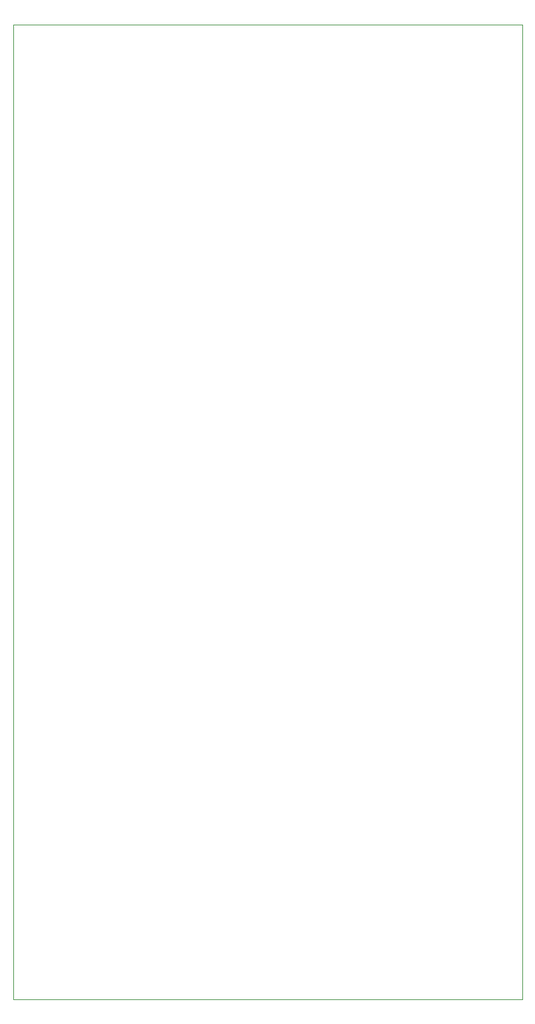
<source format=gm1>
G04 #@! TF.GenerationSoftware,KiCad,Pcbnew,(6.0.9)*
G04 #@! TF.CreationDate,2023-07-15T07:21:25-07:00*
G04 #@! TF.ProjectId,canbuz-1977-vw-bus-ecu,63616e62-757a-42d3-9139-37372d76772d,rev?*
G04 #@! TF.SameCoordinates,Original*
G04 #@! TF.FileFunction,Profile,NP*
%FSLAX46Y46*%
G04 Gerber Fmt 4.6, Leading zero omitted, Abs format (unit mm)*
G04 Created by KiCad (PCBNEW (6.0.9)) date 2023-07-15 07:21:25*
%MOMM*%
%LPD*%
G01*
G04 APERTURE LIST*
G04 #@! TA.AperFunction,Profile*
%ADD10C,0.100000*%
G04 #@! TD*
G04 APERTURE END LIST*
D10*
X101600000Y-40005000D02*
X36830000Y-40005000D01*
X36830000Y-163830000D02*
X101600000Y-163830000D01*
X36830000Y-40005000D02*
X36830000Y-163830000D01*
X101600000Y-163830000D02*
X101600000Y-40005000D01*
M02*

</source>
